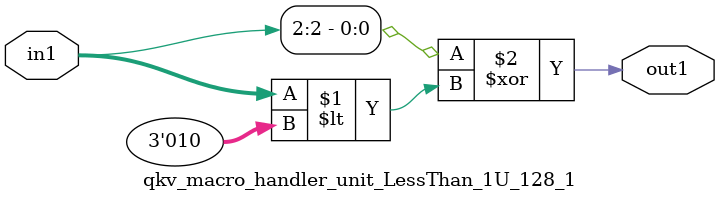
<source format=v>

`timescale 1ps / 1ps


module qkv_macro_handler_unit_LessThan_1U_128_1( in1, out1 );

    input [2:0] in1;
    output out1;

    
    // rtl_process:qkv_macro_handler_unit_LessThan_1U_128_1/qkv_macro_handler_unit_LessThan_1U_128_1_thread_1
    assign out1 = (in1[2] ^ in1 < 3'd2);

endmodule



</source>
